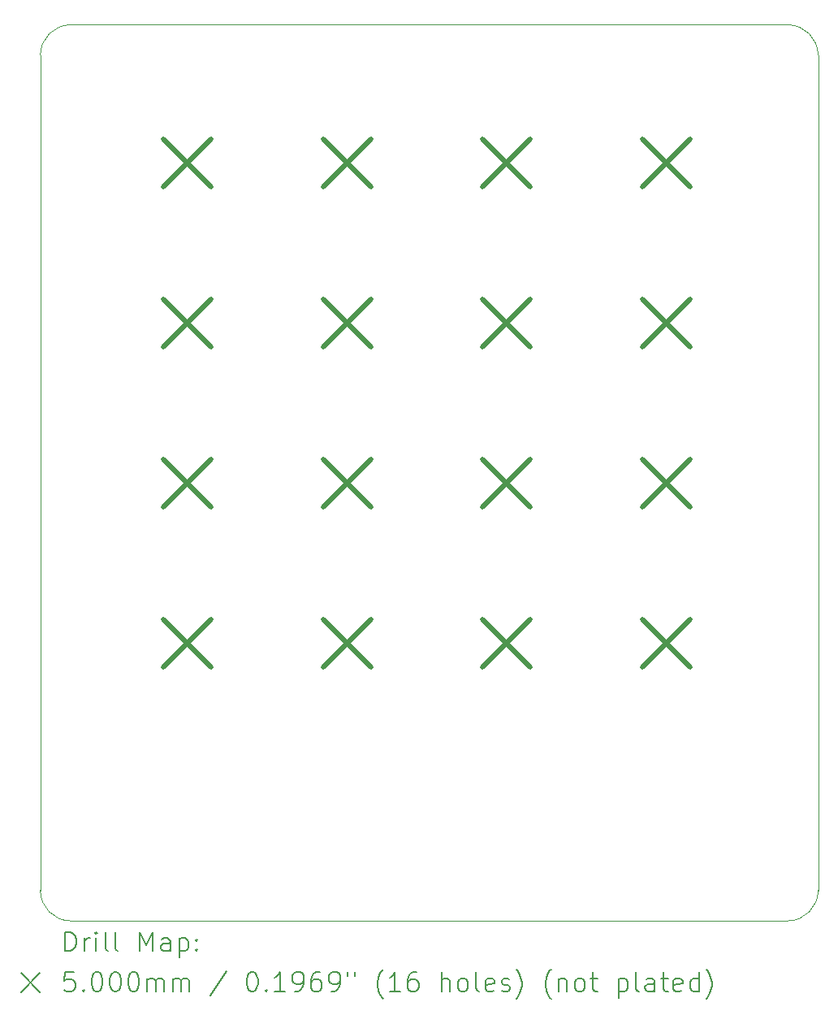
<source format=gbr>
%TF.GenerationSoftware,KiCad,Pcbnew,7.0.11*%
%TF.CreationDate,2024-09-15T10:51:41+02:00*%
%TF.ProjectId,macropad,6d616372-6f70-4616-942e-6b696361645f,rev?*%
%TF.SameCoordinates,Original*%
%TF.FileFunction,Drillmap*%
%TF.FilePolarity,Positive*%
%FSLAX45Y45*%
G04 Gerber Fmt 4.5, Leading zero omitted, Abs format (unit mm)*
G04 Created by KiCad (PCBNEW 7.0.11) date 2024-09-15 10:51:41*
%MOMM*%
%LPD*%
G01*
G04 APERTURE LIST*
%ADD10C,0.050000*%
%ADD11C,0.200000*%
%ADD12C,0.500000*%
G04 APERTURE END LIST*
D10*
X19301742Y-4762500D02*
X11826875Y-4762500D01*
X19301742Y-14098262D02*
G75*
G03*
X19619242Y-13780770I8J317492D01*
G01*
X11509375Y-5080000D02*
X11509375Y-13780770D01*
X19619240Y-5080000D02*
G75*
G03*
X19301742Y-4762500I-317490J10D01*
G01*
X19619242Y-13780770D02*
X19619242Y-5080000D01*
X11509370Y-13780770D02*
G75*
G03*
X11826875Y-14098270I317510J10D01*
G01*
X11826875Y-14098270D02*
X19301742Y-14098270D01*
X11826875Y-4762505D02*
G75*
G03*
X11509375Y-5080000I5J-317505D01*
G01*
D11*
D12*
X12787820Y-5955770D02*
X13287820Y-6455770D01*
X13287820Y-5955770D02*
X12787820Y-6455770D01*
X12787820Y-7622645D02*
X13287820Y-8122645D01*
X13287820Y-7622645D02*
X12787820Y-8122645D01*
X12787820Y-9289520D02*
X13287820Y-9789520D01*
X13287820Y-9289520D02*
X12787820Y-9789520D01*
X12787820Y-10956395D02*
X13287820Y-11456395D01*
X13287820Y-10956395D02*
X12787820Y-11456395D01*
X14454695Y-5955770D02*
X14954695Y-6455770D01*
X14954695Y-5955770D02*
X14454695Y-6455770D01*
X14454695Y-7622645D02*
X14954695Y-8122645D01*
X14954695Y-7622645D02*
X14454695Y-8122645D01*
X14454695Y-9289520D02*
X14954695Y-9789520D01*
X14954695Y-9289520D02*
X14454695Y-9789520D01*
X14454695Y-10956395D02*
X14954695Y-11456395D01*
X14954695Y-10956395D02*
X14454695Y-11456395D01*
X16121570Y-5955770D02*
X16621570Y-6455770D01*
X16621570Y-5955770D02*
X16121570Y-6455770D01*
X16121570Y-7622645D02*
X16621570Y-8122645D01*
X16621570Y-7622645D02*
X16121570Y-8122645D01*
X16121570Y-9289520D02*
X16621570Y-9789520D01*
X16621570Y-9289520D02*
X16121570Y-9789520D01*
X16121570Y-10956395D02*
X16621570Y-11456395D01*
X16621570Y-10956395D02*
X16121570Y-11456395D01*
X17788445Y-5955770D02*
X18288445Y-6455770D01*
X18288445Y-5955770D02*
X17788445Y-6455770D01*
X17788445Y-7622645D02*
X18288445Y-8122645D01*
X18288445Y-7622645D02*
X17788445Y-8122645D01*
X17788445Y-9289520D02*
X18288445Y-9789520D01*
X18288445Y-9289520D02*
X17788445Y-9789520D01*
X17788445Y-10956395D02*
X18288445Y-11456395D01*
X18288445Y-10956395D02*
X17788445Y-11456395D01*
D11*
X11767652Y-14412254D02*
X11767652Y-14212254D01*
X11767652Y-14212254D02*
X11815271Y-14212254D01*
X11815271Y-14212254D02*
X11843842Y-14221778D01*
X11843842Y-14221778D02*
X11862890Y-14240825D01*
X11862890Y-14240825D02*
X11872414Y-14259873D01*
X11872414Y-14259873D02*
X11881937Y-14297968D01*
X11881937Y-14297968D02*
X11881937Y-14326539D01*
X11881937Y-14326539D02*
X11872414Y-14364635D01*
X11872414Y-14364635D02*
X11862890Y-14383682D01*
X11862890Y-14383682D02*
X11843842Y-14402730D01*
X11843842Y-14402730D02*
X11815271Y-14412254D01*
X11815271Y-14412254D02*
X11767652Y-14412254D01*
X11967652Y-14412254D02*
X11967652Y-14278920D01*
X11967652Y-14317016D02*
X11977176Y-14297968D01*
X11977176Y-14297968D02*
X11986699Y-14288444D01*
X11986699Y-14288444D02*
X12005747Y-14278920D01*
X12005747Y-14278920D02*
X12024795Y-14278920D01*
X12091461Y-14412254D02*
X12091461Y-14278920D01*
X12091461Y-14212254D02*
X12081937Y-14221778D01*
X12081937Y-14221778D02*
X12091461Y-14231301D01*
X12091461Y-14231301D02*
X12100985Y-14221778D01*
X12100985Y-14221778D02*
X12091461Y-14212254D01*
X12091461Y-14212254D02*
X12091461Y-14231301D01*
X12215271Y-14412254D02*
X12196223Y-14402730D01*
X12196223Y-14402730D02*
X12186699Y-14383682D01*
X12186699Y-14383682D02*
X12186699Y-14212254D01*
X12320033Y-14412254D02*
X12300985Y-14402730D01*
X12300985Y-14402730D02*
X12291461Y-14383682D01*
X12291461Y-14383682D02*
X12291461Y-14212254D01*
X12548604Y-14412254D02*
X12548604Y-14212254D01*
X12548604Y-14212254D02*
X12615271Y-14355111D01*
X12615271Y-14355111D02*
X12681937Y-14212254D01*
X12681937Y-14212254D02*
X12681937Y-14412254D01*
X12862890Y-14412254D02*
X12862890Y-14307492D01*
X12862890Y-14307492D02*
X12853366Y-14288444D01*
X12853366Y-14288444D02*
X12834318Y-14278920D01*
X12834318Y-14278920D02*
X12796223Y-14278920D01*
X12796223Y-14278920D02*
X12777176Y-14288444D01*
X12862890Y-14402730D02*
X12843842Y-14412254D01*
X12843842Y-14412254D02*
X12796223Y-14412254D01*
X12796223Y-14412254D02*
X12777176Y-14402730D01*
X12777176Y-14402730D02*
X12767652Y-14383682D01*
X12767652Y-14383682D02*
X12767652Y-14364635D01*
X12767652Y-14364635D02*
X12777176Y-14345587D01*
X12777176Y-14345587D02*
X12796223Y-14336063D01*
X12796223Y-14336063D02*
X12843842Y-14336063D01*
X12843842Y-14336063D02*
X12862890Y-14326539D01*
X12958128Y-14278920D02*
X12958128Y-14478920D01*
X12958128Y-14288444D02*
X12977176Y-14278920D01*
X12977176Y-14278920D02*
X13015271Y-14278920D01*
X13015271Y-14278920D02*
X13034318Y-14288444D01*
X13034318Y-14288444D02*
X13043842Y-14297968D01*
X13043842Y-14297968D02*
X13053366Y-14317016D01*
X13053366Y-14317016D02*
X13053366Y-14374158D01*
X13053366Y-14374158D02*
X13043842Y-14393206D01*
X13043842Y-14393206D02*
X13034318Y-14402730D01*
X13034318Y-14402730D02*
X13015271Y-14412254D01*
X13015271Y-14412254D02*
X12977176Y-14412254D01*
X12977176Y-14412254D02*
X12958128Y-14402730D01*
X13139080Y-14393206D02*
X13148604Y-14402730D01*
X13148604Y-14402730D02*
X13139080Y-14412254D01*
X13139080Y-14412254D02*
X13129557Y-14402730D01*
X13129557Y-14402730D02*
X13139080Y-14393206D01*
X13139080Y-14393206D02*
X13139080Y-14412254D01*
X13139080Y-14288444D02*
X13148604Y-14297968D01*
X13148604Y-14297968D02*
X13139080Y-14307492D01*
X13139080Y-14307492D02*
X13129557Y-14297968D01*
X13129557Y-14297968D02*
X13139080Y-14288444D01*
X13139080Y-14288444D02*
X13139080Y-14307492D01*
X11306875Y-14640770D02*
X11506875Y-14840770D01*
X11506875Y-14640770D02*
X11306875Y-14840770D01*
X11862890Y-14632254D02*
X11767652Y-14632254D01*
X11767652Y-14632254D02*
X11758128Y-14727492D01*
X11758128Y-14727492D02*
X11767652Y-14717968D01*
X11767652Y-14717968D02*
X11786699Y-14708444D01*
X11786699Y-14708444D02*
X11834318Y-14708444D01*
X11834318Y-14708444D02*
X11853366Y-14717968D01*
X11853366Y-14717968D02*
X11862890Y-14727492D01*
X11862890Y-14727492D02*
X11872414Y-14746539D01*
X11872414Y-14746539D02*
X11872414Y-14794158D01*
X11872414Y-14794158D02*
X11862890Y-14813206D01*
X11862890Y-14813206D02*
X11853366Y-14822730D01*
X11853366Y-14822730D02*
X11834318Y-14832254D01*
X11834318Y-14832254D02*
X11786699Y-14832254D01*
X11786699Y-14832254D02*
X11767652Y-14822730D01*
X11767652Y-14822730D02*
X11758128Y-14813206D01*
X11958128Y-14813206D02*
X11967652Y-14822730D01*
X11967652Y-14822730D02*
X11958128Y-14832254D01*
X11958128Y-14832254D02*
X11948604Y-14822730D01*
X11948604Y-14822730D02*
X11958128Y-14813206D01*
X11958128Y-14813206D02*
X11958128Y-14832254D01*
X12091461Y-14632254D02*
X12110509Y-14632254D01*
X12110509Y-14632254D02*
X12129557Y-14641778D01*
X12129557Y-14641778D02*
X12139080Y-14651301D01*
X12139080Y-14651301D02*
X12148604Y-14670349D01*
X12148604Y-14670349D02*
X12158128Y-14708444D01*
X12158128Y-14708444D02*
X12158128Y-14756063D01*
X12158128Y-14756063D02*
X12148604Y-14794158D01*
X12148604Y-14794158D02*
X12139080Y-14813206D01*
X12139080Y-14813206D02*
X12129557Y-14822730D01*
X12129557Y-14822730D02*
X12110509Y-14832254D01*
X12110509Y-14832254D02*
X12091461Y-14832254D01*
X12091461Y-14832254D02*
X12072414Y-14822730D01*
X12072414Y-14822730D02*
X12062890Y-14813206D01*
X12062890Y-14813206D02*
X12053366Y-14794158D01*
X12053366Y-14794158D02*
X12043842Y-14756063D01*
X12043842Y-14756063D02*
X12043842Y-14708444D01*
X12043842Y-14708444D02*
X12053366Y-14670349D01*
X12053366Y-14670349D02*
X12062890Y-14651301D01*
X12062890Y-14651301D02*
X12072414Y-14641778D01*
X12072414Y-14641778D02*
X12091461Y-14632254D01*
X12281937Y-14632254D02*
X12300985Y-14632254D01*
X12300985Y-14632254D02*
X12320033Y-14641778D01*
X12320033Y-14641778D02*
X12329557Y-14651301D01*
X12329557Y-14651301D02*
X12339080Y-14670349D01*
X12339080Y-14670349D02*
X12348604Y-14708444D01*
X12348604Y-14708444D02*
X12348604Y-14756063D01*
X12348604Y-14756063D02*
X12339080Y-14794158D01*
X12339080Y-14794158D02*
X12329557Y-14813206D01*
X12329557Y-14813206D02*
X12320033Y-14822730D01*
X12320033Y-14822730D02*
X12300985Y-14832254D01*
X12300985Y-14832254D02*
X12281937Y-14832254D01*
X12281937Y-14832254D02*
X12262890Y-14822730D01*
X12262890Y-14822730D02*
X12253366Y-14813206D01*
X12253366Y-14813206D02*
X12243842Y-14794158D01*
X12243842Y-14794158D02*
X12234318Y-14756063D01*
X12234318Y-14756063D02*
X12234318Y-14708444D01*
X12234318Y-14708444D02*
X12243842Y-14670349D01*
X12243842Y-14670349D02*
X12253366Y-14651301D01*
X12253366Y-14651301D02*
X12262890Y-14641778D01*
X12262890Y-14641778D02*
X12281937Y-14632254D01*
X12472414Y-14632254D02*
X12491461Y-14632254D01*
X12491461Y-14632254D02*
X12510509Y-14641778D01*
X12510509Y-14641778D02*
X12520033Y-14651301D01*
X12520033Y-14651301D02*
X12529557Y-14670349D01*
X12529557Y-14670349D02*
X12539080Y-14708444D01*
X12539080Y-14708444D02*
X12539080Y-14756063D01*
X12539080Y-14756063D02*
X12529557Y-14794158D01*
X12529557Y-14794158D02*
X12520033Y-14813206D01*
X12520033Y-14813206D02*
X12510509Y-14822730D01*
X12510509Y-14822730D02*
X12491461Y-14832254D01*
X12491461Y-14832254D02*
X12472414Y-14832254D01*
X12472414Y-14832254D02*
X12453366Y-14822730D01*
X12453366Y-14822730D02*
X12443842Y-14813206D01*
X12443842Y-14813206D02*
X12434318Y-14794158D01*
X12434318Y-14794158D02*
X12424795Y-14756063D01*
X12424795Y-14756063D02*
X12424795Y-14708444D01*
X12424795Y-14708444D02*
X12434318Y-14670349D01*
X12434318Y-14670349D02*
X12443842Y-14651301D01*
X12443842Y-14651301D02*
X12453366Y-14641778D01*
X12453366Y-14641778D02*
X12472414Y-14632254D01*
X12624795Y-14832254D02*
X12624795Y-14698920D01*
X12624795Y-14717968D02*
X12634318Y-14708444D01*
X12634318Y-14708444D02*
X12653366Y-14698920D01*
X12653366Y-14698920D02*
X12681938Y-14698920D01*
X12681938Y-14698920D02*
X12700985Y-14708444D01*
X12700985Y-14708444D02*
X12710509Y-14727492D01*
X12710509Y-14727492D02*
X12710509Y-14832254D01*
X12710509Y-14727492D02*
X12720033Y-14708444D01*
X12720033Y-14708444D02*
X12739080Y-14698920D01*
X12739080Y-14698920D02*
X12767652Y-14698920D01*
X12767652Y-14698920D02*
X12786699Y-14708444D01*
X12786699Y-14708444D02*
X12796223Y-14727492D01*
X12796223Y-14727492D02*
X12796223Y-14832254D01*
X12891461Y-14832254D02*
X12891461Y-14698920D01*
X12891461Y-14717968D02*
X12900985Y-14708444D01*
X12900985Y-14708444D02*
X12920033Y-14698920D01*
X12920033Y-14698920D02*
X12948604Y-14698920D01*
X12948604Y-14698920D02*
X12967652Y-14708444D01*
X12967652Y-14708444D02*
X12977176Y-14727492D01*
X12977176Y-14727492D02*
X12977176Y-14832254D01*
X12977176Y-14727492D02*
X12986699Y-14708444D01*
X12986699Y-14708444D02*
X13005747Y-14698920D01*
X13005747Y-14698920D02*
X13034318Y-14698920D01*
X13034318Y-14698920D02*
X13053366Y-14708444D01*
X13053366Y-14708444D02*
X13062890Y-14727492D01*
X13062890Y-14727492D02*
X13062890Y-14832254D01*
X13453366Y-14622730D02*
X13281938Y-14879873D01*
X13710509Y-14632254D02*
X13729557Y-14632254D01*
X13729557Y-14632254D02*
X13748604Y-14641778D01*
X13748604Y-14641778D02*
X13758128Y-14651301D01*
X13758128Y-14651301D02*
X13767652Y-14670349D01*
X13767652Y-14670349D02*
X13777176Y-14708444D01*
X13777176Y-14708444D02*
X13777176Y-14756063D01*
X13777176Y-14756063D02*
X13767652Y-14794158D01*
X13767652Y-14794158D02*
X13758128Y-14813206D01*
X13758128Y-14813206D02*
X13748604Y-14822730D01*
X13748604Y-14822730D02*
X13729557Y-14832254D01*
X13729557Y-14832254D02*
X13710509Y-14832254D01*
X13710509Y-14832254D02*
X13691461Y-14822730D01*
X13691461Y-14822730D02*
X13681938Y-14813206D01*
X13681938Y-14813206D02*
X13672414Y-14794158D01*
X13672414Y-14794158D02*
X13662890Y-14756063D01*
X13662890Y-14756063D02*
X13662890Y-14708444D01*
X13662890Y-14708444D02*
X13672414Y-14670349D01*
X13672414Y-14670349D02*
X13681938Y-14651301D01*
X13681938Y-14651301D02*
X13691461Y-14641778D01*
X13691461Y-14641778D02*
X13710509Y-14632254D01*
X13862890Y-14813206D02*
X13872414Y-14822730D01*
X13872414Y-14822730D02*
X13862890Y-14832254D01*
X13862890Y-14832254D02*
X13853366Y-14822730D01*
X13853366Y-14822730D02*
X13862890Y-14813206D01*
X13862890Y-14813206D02*
X13862890Y-14832254D01*
X14062890Y-14832254D02*
X13948604Y-14832254D01*
X14005747Y-14832254D02*
X14005747Y-14632254D01*
X14005747Y-14632254D02*
X13986700Y-14660825D01*
X13986700Y-14660825D02*
X13967652Y-14679873D01*
X13967652Y-14679873D02*
X13948604Y-14689397D01*
X14158128Y-14832254D02*
X14196223Y-14832254D01*
X14196223Y-14832254D02*
X14215271Y-14822730D01*
X14215271Y-14822730D02*
X14224795Y-14813206D01*
X14224795Y-14813206D02*
X14243842Y-14784635D01*
X14243842Y-14784635D02*
X14253366Y-14746539D01*
X14253366Y-14746539D02*
X14253366Y-14670349D01*
X14253366Y-14670349D02*
X14243842Y-14651301D01*
X14243842Y-14651301D02*
X14234319Y-14641778D01*
X14234319Y-14641778D02*
X14215271Y-14632254D01*
X14215271Y-14632254D02*
X14177176Y-14632254D01*
X14177176Y-14632254D02*
X14158128Y-14641778D01*
X14158128Y-14641778D02*
X14148604Y-14651301D01*
X14148604Y-14651301D02*
X14139081Y-14670349D01*
X14139081Y-14670349D02*
X14139081Y-14717968D01*
X14139081Y-14717968D02*
X14148604Y-14737016D01*
X14148604Y-14737016D02*
X14158128Y-14746539D01*
X14158128Y-14746539D02*
X14177176Y-14756063D01*
X14177176Y-14756063D02*
X14215271Y-14756063D01*
X14215271Y-14756063D02*
X14234319Y-14746539D01*
X14234319Y-14746539D02*
X14243842Y-14737016D01*
X14243842Y-14737016D02*
X14253366Y-14717968D01*
X14424795Y-14632254D02*
X14386700Y-14632254D01*
X14386700Y-14632254D02*
X14367652Y-14641778D01*
X14367652Y-14641778D02*
X14358128Y-14651301D01*
X14358128Y-14651301D02*
X14339081Y-14679873D01*
X14339081Y-14679873D02*
X14329557Y-14717968D01*
X14329557Y-14717968D02*
X14329557Y-14794158D01*
X14329557Y-14794158D02*
X14339081Y-14813206D01*
X14339081Y-14813206D02*
X14348604Y-14822730D01*
X14348604Y-14822730D02*
X14367652Y-14832254D01*
X14367652Y-14832254D02*
X14405747Y-14832254D01*
X14405747Y-14832254D02*
X14424795Y-14822730D01*
X14424795Y-14822730D02*
X14434319Y-14813206D01*
X14434319Y-14813206D02*
X14443842Y-14794158D01*
X14443842Y-14794158D02*
X14443842Y-14746539D01*
X14443842Y-14746539D02*
X14434319Y-14727492D01*
X14434319Y-14727492D02*
X14424795Y-14717968D01*
X14424795Y-14717968D02*
X14405747Y-14708444D01*
X14405747Y-14708444D02*
X14367652Y-14708444D01*
X14367652Y-14708444D02*
X14348604Y-14717968D01*
X14348604Y-14717968D02*
X14339081Y-14727492D01*
X14339081Y-14727492D02*
X14329557Y-14746539D01*
X14539081Y-14832254D02*
X14577176Y-14832254D01*
X14577176Y-14832254D02*
X14596223Y-14822730D01*
X14596223Y-14822730D02*
X14605747Y-14813206D01*
X14605747Y-14813206D02*
X14624795Y-14784635D01*
X14624795Y-14784635D02*
X14634319Y-14746539D01*
X14634319Y-14746539D02*
X14634319Y-14670349D01*
X14634319Y-14670349D02*
X14624795Y-14651301D01*
X14624795Y-14651301D02*
X14615271Y-14641778D01*
X14615271Y-14641778D02*
X14596223Y-14632254D01*
X14596223Y-14632254D02*
X14558128Y-14632254D01*
X14558128Y-14632254D02*
X14539081Y-14641778D01*
X14539081Y-14641778D02*
X14529557Y-14651301D01*
X14529557Y-14651301D02*
X14520033Y-14670349D01*
X14520033Y-14670349D02*
X14520033Y-14717968D01*
X14520033Y-14717968D02*
X14529557Y-14737016D01*
X14529557Y-14737016D02*
X14539081Y-14746539D01*
X14539081Y-14746539D02*
X14558128Y-14756063D01*
X14558128Y-14756063D02*
X14596223Y-14756063D01*
X14596223Y-14756063D02*
X14615271Y-14746539D01*
X14615271Y-14746539D02*
X14624795Y-14737016D01*
X14624795Y-14737016D02*
X14634319Y-14717968D01*
X14710509Y-14632254D02*
X14710509Y-14670349D01*
X14786700Y-14632254D02*
X14786700Y-14670349D01*
X15081938Y-14908444D02*
X15072414Y-14898920D01*
X15072414Y-14898920D02*
X15053366Y-14870349D01*
X15053366Y-14870349D02*
X15043843Y-14851301D01*
X15043843Y-14851301D02*
X15034319Y-14822730D01*
X15034319Y-14822730D02*
X15024795Y-14775111D01*
X15024795Y-14775111D02*
X15024795Y-14737016D01*
X15024795Y-14737016D02*
X15034319Y-14689397D01*
X15034319Y-14689397D02*
X15043843Y-14660825D01*
X15043843Y-14660825D02*
X15053366Y-14641778D01*
X15053366Y-14641778D02*
X15072414Y-14613206D01*
X15072414Y-14613206D02*
X15081938Y-14603682D01*
X15262890Y-14832254D02*
X15148604Y-14832254D01*
X15205747Y-14832254D02*
X15205747Y-14632254D01*
X15205747Y-14632254D02*
X15186700Y-14660825D01*
X15186700Y-14660825D02*
X15167652Y-14679873D01*
X15167652Y-14679873D02*
X15148604Y-14689397D01*
X15434319Y-14632254D02*
X15396223Y-14632254D01*
X15396223Y-14632254D02*
X15377176Y-14641778D01*
X15377176Y-14641778D02*
X15367652Y-14651301D01*
X15367652Y-14651301D02*
X15348604Y-14679873D01*
X15348604Y-14679873D02*
X15339081Y-14717968D01*
X15339081Y-14717968D02*
X15339081Y-14794158D01*
X15339081Y-14794158D02*
X15348604Y-14813206D01*
X15348604Y-14813206D02*
X15358128Y-14822730D01*
X15358128Y-14822730D02*
X15377176Y-14832254D01*
X15377176Y-14832254D02*
X15415271Y-14832254D01*
X15415271Y-14832254D02*
X15434319Y-14822730D01*
X15434319Y-14822730D02*
X15443843Y-14813206D01*
X15443843Y-14813206D02*
X15453366Y-14794158D01*
X15453366Y-14794158D02*
X15453366Y-14746539D01*
X15453366Y-14746539D02*
X15443843Y-14727492D01*
X15443843Y-14727492D02*
X15434319Y-14717968D01*
X15434319Y-14717968D02*
X15415271Y-14708444D01*
X15415271Y-14708444D02*
X15377176Y-14708444D01*
X15377176Y-14708444D02*
X15358128Y-14717968D01*
X15358128Y-14717968D02*
X15348604Y-14727492D01*
X15348604Y-14727492D02*
X15339081Y-14746539D01*
X15691462Y-14832254D02*
X15691462Y-14632254D01*
X15777176Y-14832254D02*
X15777176Y-14727492D01*
X15777176Y-14727492D02*
X15767652Y-14708444D01*
X15767652Y-14708444D02*
X15748605Y-14698920D01*
X15748605Y-14698920D02*
X15720033Y-14698920D01*
X15720033Y-14698920D02*
X15700985Y-14708444D01*
X15700985Y-14708444D02*
X15691462Y-14717968D01*
X15900985Y-14832254D02*
X15881938Y-14822730D01*
X15881938Y-14822730D02*
X15872414Y-14813206D01*
X15872414Y-14813206D02*
X15862890Y-14794158D01*
X15862890Y-14794158D02*
X15862890Y-14737016D01*
X15862890Y-14737016D02*
X15872414Y-14717968D01*
X15872414Y-14717968D02*
X15881938Y-14708444D01*
X15881938Y-14708444D02*
X15900985Y-14698920D01*
X15900985Y-14698920D02*
X15929557Y-14698920D01*
X15929557Y-14698920D02*
X15948605Y-14708444D01*
X15948605Y-14708444D02*
X15958128Y-14717968D01*
X15958128Y-14717968D02*
X15967652Y-14737016D01*
X15967652Y-14737016D02*
X15967652Y-14794158D01*
X15967652Y-14794158D02*
X15958128Y-14813206D01*
X15958128Y-14813206D02*
X15948605Y-14822730D01*
X15948605Y-14822730D02*
X15929557Y-14832254D01*
X15929557Y-14832254D02*
X15900985Y-14832254D01*
X16081938Y-14832254D02*
X16062890Y-14822730D01*
X16062890Y-14822730D02*
X16053366Y-14803682D01*
X16053366Y-14803682D02*
X16053366Y-14632254D01*
X16234319Y-14822730D02*
X16215271Y-14832254D01*
X16215271Y-14832254D02*
X16177176Y-14832254D01*
X16177176Y-14832254D02*
X16158128Y-14822730D01*
X16158128Y-14822730D02*
X16148605Y-14803682D01*
X16148605Y-14803682D02*
X16148605Y-14727492D01*
X16148605Y-14727492D02*
X16158128Y-14708444D01*
X16158128Y-14708444D02*
X16177176Y-14698920D01*
X16177176Y-14698920D02*
X16215271Y-14698920D01*
X16215271Y-14698920D02*
X16234319Y-14708444D01*
X16234319Y-14708444D02*
X16243843Y-14727492D01*
X16243843Y-14727492D02*
X16243843Y-14746539D01*
X16243843Y-14746539D02*
X16148605Y-14765587D01*
X16320033Y-14822730D02*
X16339081Y-14832254D01*
X16339081Y-14832254D02*
X16377176Y-14832254D01*
X16377176Y-14832254D02*
X16396224Y-14822730D01*
X16396224Y-14822730D02*
X16405747Y-14803682D01*
X16405747Y-14803682D02*
X16405747Y-14794158D01*
X16405747Y-14794158D02*
X16396224Y-14775111D01*
X16396224Y-14775111D02*
X16377176Y-14765587D01*
X16377176Y-14765587D02*
X16348605Y-14765587D01*
X16348605Y-14765587D02*
X16329557Y-14756063D01*
X16329557Y-14756063D02*
X16320033Y-14737016D01*
X16320033Y-14737016D02*
X16320033Y-14727492D01*
X16320033Y-14727492D02*
X16329557Y-14708444D01*
X16329557Y-14708444D02*
X16348605Y-14698920D01*
X16348605Y-14698920D02*
X16377176Y-14698920D01*
X16377176Y-14698920D02*
X16396224Y-14708444D01*
X16472414Y-14908444D02*
X16481938Y-14898920D01*
X16481938Y-14898920D02*
X16500986Y-14870349D01*
X16500986Y-14870349D02*
X16510509Y-14851301D01*
X16510509Y-14851301D02*
X16520033Y-14822730D01*
X16520033Y-14822730D02*
X16529557Y-14775111D01*
X16529557Y-14775111D02*
X16529557Y-14737016D01*
X16529557Y-14737016D02*
X16520033Y-14689397D01*
X16520033Y-14689397D02*
X16510509Y-14660825D01*
X16510509Y-14660825D02*
X16500986Y-14641778D01*
X16500986Y-14641778D02*
X16481938Y-14613206D01*
X16481938Y-14613206D02*
X16472414Y-14603682D01*
X16834319Y-14908444D02*
X16824795Y-14898920D01*
X16824795Y-14898920D02*
X16805748Y-14870349D01*
X16805748Y-14870349D02*
X16796224Y-14851301D01*
X16796224Y-14851301D02*
X16786700Y-14822730D01*
X16786700Y-14822730D02*
X16777176Y-14775111D01*
X16777176Y-14775111D02*
X16777176Y-14737016D01*
X16777176Y-14737016D02*
X16786700Y-14689397D01*
X16786700Y-14689397D02*
X16796224Y-14660825D01*
X16796224Y-14660825D02*
X16805748Y-14641778D01*
X16805748Y-14641778D02*
X16824795Y-14613206D01*
X16824795Y-14613206D02*
X16834319Y-14603682D01*
X16910509Y-14698920D02*
X16910509Y-14832254D01*
X16910509Y-14717968D02*
X16920033Y-14708444D01*
X16920033Y-14708444D02*
X16939081Y-14698920D01*
X16939081Y-14698920D02*
X16967652Y-14698920D01*
X16967652Y-14698920D02*
X16986700Y-14708444D01*
X16986700Y-14708444D02*
X16996224Y-14727492D01*
X16996224Y-14727492D02*
X16996224Y-14832254D01*
X17120033Y-14832254D02*
X17100986Y-14822730D01*
X17100986Y-14822730D02*
X17091462Y-14813206D01*
X17091462Y-14813206D02*
X17081938Y-14794158D01*
X17081938Y-14794158D02*
X17081938Y-14737016D01*
X17081938Y-14737016D02*
X17091462Y-14717968D01*
X17091462Y-14717968D02*
X17100986Y-14708444D01*
X17100986Y-14708444D02*
X17120033Y-14698920D01*
X17120033Y-14698920D02*
X17148605Y-14698920D01*
X17148605Y-14698920D02*
X17167652Y-14708444D01*
X17167652Y-14708444D02*
X17177176Y-14717968D01*
X17177176Y-14717968D02*
X17186700Y-14737016D01*
X17186700Y-14737016D02*
X17186700Y-14794158D01*
X17186700Y-14794158D02*
X17177176Y-14813206D01*
X17177176Y-14813206D02*
X17167652Y-14822730D01*
X17167652Y-14822730D02*
X17148605Y-14832254D01*
X17148605Y-14832254D02*
X17120033Y-14832254D01*
X17243843Y-14698920D02*
X17320033Y-14698920D01*
X17272414Y-14632254D02*
X17272414Y-14803682D01*
X17272414Y-14803682D02*
X17281938Y-14822730D01*
X17281938Y-14822730D02*
X17300986Y-14832254D01*
X17300986Y-14832254D02*
X17320033Y-14832254D01*
X17539081Y-14698920D02*
X17539081Y-14898920D01*
X17539081Y-14708444D02*
X17558129Y-14698920D01*
X17558129Y-14698920D02*
X17596224Y-14698920D01*
X17596224Y-14698920D02*
X17615271Y-14708444D01*
X17615271Y-14708444D02*
X17624795Y-14717968D01*
X17624795Y-14717968D02*
X17634319Y-14737016D01*
X17634319Y-14737016D02*
X17634319Y-14794158D01*
X17634319Y-14794158D02*
X17624795Y-14813206D01*
X17624795Y-14813206D02*
X17615271Y-14822730D01*
X17615271Y-14822730D02*
X17596224Y-14832254D01*
X17596224Y-14832254D02*
X17558129Y-14832254D01*
X17558129Y-14832254D02*
X17539081Y-14822730D01*
X17748605Y-14832254D02*
X17729557Y-14822730D01*
X17729557Y-14822730D02*
X17720033Y-14803682D01*
X17720033Y-14803682D02*
X17720033Y-14632254D01*
X17910510Y-14832254D02*
X17910510Y-14727492D01*
X17910510Y-14727492D02*
X17900986Y-14708444D01*
X17900986Y-14708444D02*
X17881938Y-14698920D01*
X17881938Y-14698920D02*
X17843843Y-14698920D01*
X17843843Y-14698920D02*
X17824795Y-14708444D01*
X17910510Y-14822730D02*
X17891462Y-14832254D01*
X17891462Y-14832254D02*
X17843843Y-14832254D01*
X17843843Y-14832254D02*
X17824795Y-14822730D01*
X17824795Y-14822730D02*
X17815271Y-14803682D01*
X17815271Y-14803682D02*
X17815271Y-14784635D01*
X17815271Y-14784635D02*
X17824795Y-14765587D01*
X17824795Y-14765587D02*
X17843843Y-14756063D01*
X17843843Y-14756063D02*
X17891462Y-14756063D01*
X17891462Y-14756063D02*
X17910510Y-14746539D01*
X17977176Y-14698920D02*
X18053367Y-14698920D01*
X18005748Y-14632254D02*
X18005748Y-14803682D01*
X18005748Y-14803682D02*
X18015271Y-14822730D01*
X18015271Y-14822730D02*
X18034319Y-14832254D01*
X18034319Y-14832254D02*
X18053367Y-14832254D01*
X18196224Y-14822730D02*
X18177176Y-14832254D01*
X18177176Y-14832254D02*
X18139081Y-14832254D01*
X18139081Y-14832254D02*
X18120033Y-14822730D01*
X18120033Y-14822730D02*
X18110510Y-14803682D01*
X18110510Y-14803682D02*
X18110510Y-14727492D01*
X18110510Y-14727492D02*
X18120033Y-14708444D01*
X18120033Y-14708444D02*
X18139081Y-14698920D01*
X18139081Y-14698920D02*
X18177176Y-14698920D01*
X18177176Y-14698920D02*
X18196224Y-14708444D01*
X18196224Y-14708444D02*
X18205748Y-14727492D01*
X18205748Y-14727492D02*
X18205748Y-14746539D01*
X18205748Y-14746539D02*
X18110510Y-14765587D01*
X18377176Y-14832254D02*
X18377176Y-14632254D01*
X18377176Y-14822730D02*
X18358129Y-14832254D01*
X18358129Y-14832254D02*
X18320033Y-14832254D01*
X18320033Y-14832254D02*
X18300986Y-14822730D01*
X18300986Y-14822730D02*
X18291462Y-14813206D01*
X18291462Y-14813206D02*
X18281938Y-14794158D01*
X18281938Y-14794158D02*
X18281938Y-14737016D01*
X18281938Y-14737016D02*
X18291462Y-14717968D01*
X18291462Y-14717968D02*
X18300986Y-14708444D01*
X18300986Y-14708444D02*
X18320033Y-14698920D01*
X18320033Y-14698920D02*
X18358129Y-14698920D01*
X18358129Y-14698920D02*
X18377176Y-14708444D01*
X18453367Y-14908444D02*
X18462891Y-14898920D01*
X18462891Y-14898920D02*
X18481938Y-14870349D01*
X18481938Y-14870349D02*
X18491462Y-14851301D01*
X18491462Y-14851301D02*
X18500986Y-14822730D01*
X18500986Y-14822730D02*
X18510510Y-14775111D01*
X18510510Y-14775111D02*
X18510510Y-14737016D01*
X18510510Y-14737016D02*
X18500986Y-14689397D01*
X18500986Y-14689397D02*
X18491462Y-14660825D01*
X18491462Y-14660825D02*
X18481938Y-14641778D01*
X18481938Y-14641778D02*
X18462891Y-14613206D01*
X18462891Y-14613206D02*
X18453367Y-14603682D01*
M02*

</source>
